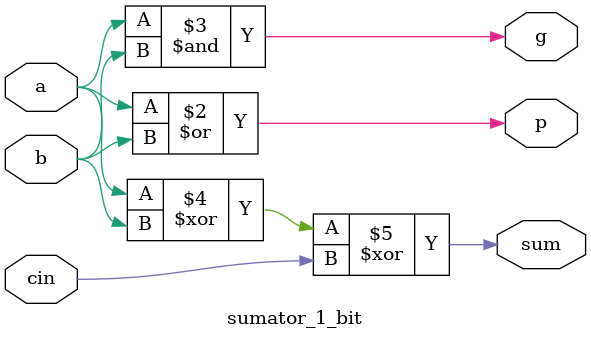
<source format=v>
`timescale 1ns / 1ps


module sumator_1_bit(
    input a, b, cin,
    output reg p, g, sum
    );
    
    always @(a or b or cin)
    begin
        p = a | b;
        g = a & b;
        sum = (a^b)^cin;
        
    end
       
endmodule


</source>
